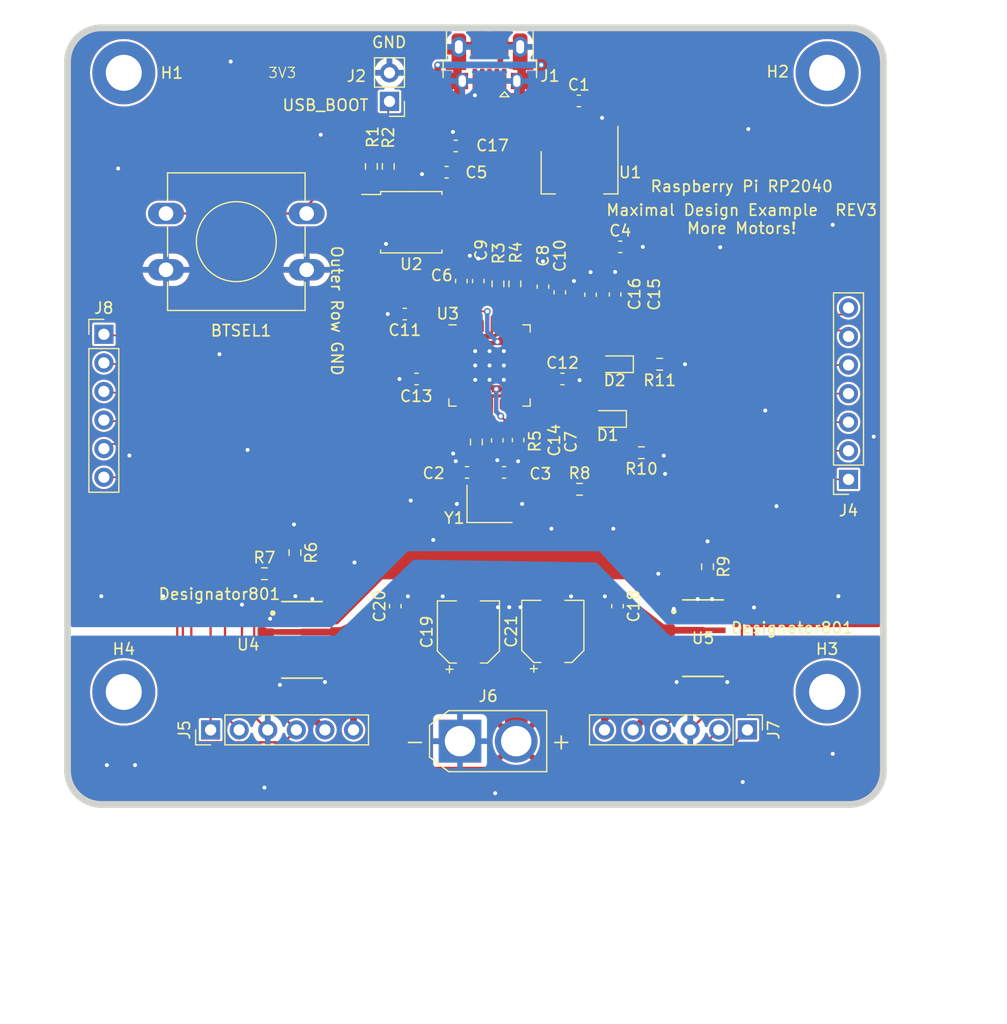
<source format=kicad_pcb>
(kicad_pcb (version 20240108) (generator "pcbnew") (generator_version "8.0")
  (title_block (title "RP2040 Minimal Design Example") (date "2024-01-16") (rev "REV2") (company "Raspberry Pi Ltd"))
  (layers (0 "F.Cu" signal) (31 "B.Cu" signal) (34 "B.Paste" user) (35 "F.Paste" user) (36 "B.SilkS" user "B.Silkscreen") (37 "F.SilkS" user "F.Silkscreen") (38 "B.Mask" user) (39 "F.Mask" user) (44 "Edge.Cuts" user))
  (net 0 "")
  (net 1 "GND")
  (net 2 "VBUS")
  (net 3 "/XIN")
  (net 4 "/XOUT")
  (net 5 "+3V3")
  (net 6 "+1V1")
  (net 8 "/~{USB_BOOT}")
  (net 9 "/GPIO15")
  (net 10 "/GPIO14")
  (net 11 "/GPIO13")
  (net 12 "/GPIO12")
  (net 13 "/GPIO11")
  (net 14 "/GPIO10")
  (net 15 "/GPIO9")
  (net 16 "/GPIO8")
  (net 17 "/GPIO7")
  (net 18 "/GPIO6")
  (net 19 "/GPIO5")
  (net 20 "/GPIO4")
  (net 21 "/GPIO3")
  (net 22 "/GPIO2")
  (net 23 "/GPIO1")
  (net 24 "/GPIO0")
  (net 25 "/GPIO29_ADC3")
  (net 26 "/GPIO28_ADC2")
  (net 27 "/GPIO27_ADC1")
  (net 28 "/GPIO26_ADC0")
  (net 29 "/GPIO25")
  (net 30 "/GPIO24")
  (net 31 "/GPIO23")
  (net 32 "/GPIO22")
  (net 33 "/GPIO21")
  (net 34 "/GPIO20")
  (net 35 "/GPIO19")
  (net 36 "/GPIO18")
  (net 37 "VM")
  (net 38 "/GPIO16")
  (net 39 "/SWD")
  (net 40 "/SWCLK")
  (net 41 "/QSPI_SS")
  (net 42 "Net-(U3-USB_DP)")
  (net 43 "Net-(U3-USB_DM)")
  (net 44 "/QSPI_SD3")
  (net 45 "/QSPI_SCLK")
  (net 46 "/QSPI_SD0")
  (net 47 "/QSPI_SD2")
  (net 48 "/QSPI_SD1")
  (net 49 "/USB_D+")
  (net 50 "/USB_D-")
  (net 51 "Net-(C3-Pad1)")
  (net 52 "Net-(D1-K)")
  (net 53 "Net-(D2-K)")
  (net 54 "Net-(J5-Pin_5)")
  (net 55 "Net-(J5-Pin_6)")
  (net 56 "Net-(J7-Pin_6)")
  (net 57 "Net-(J7-Pin_5)")
  (net 58 "Net-(U4-SR)")
  (net 59 "Net-(U5-SR)")
  (net 60 "/GPIO17")
  (footprint "Capacitor_SMD:C_0603_1608Metric_Pad1.08x0.95mm_HandSolder" (layer "F.Cu") (at 111.62 89.46)
    (property "Reference" "C4")
    (property "Value" "10u")
  )
  (footprint "RP2040_minimal:USB_Micro-B_Amphenol_10103594-0001LF_Horizontal_modified" (layer "F.Cu") (at 100 71.7 180)
    (property "Reference" "J1")
    (property "Value" "USB_B_Micro")
  )
  (footprint "Connector_PinHeader_2.54mm:PinHeader_1x02_P2.54mm_Vertical" (layer "F.Cu") (at 91.11 76.54 180)
    (property "Reference" "J2")
    (property "Value" "Conn_01x02")
  )
  (footprint "Capacitor_SMD:C_0603_1608Metric_Pad1.08x0.95mm_HandSolder" (layer "F.Cu") (at 106.25 93.5 90)
    (property "Reference" "C10")
    (property "Value" "1u")
  )
  (footprint "Capacitor_SMD:C_0603_1608Metric_Pad1.08x0.95mm_HandSolder" (layer "F.Cu") (at 104.75 93 90)
    (property "Reference" "C8")
    (property "Value" "1u")
  )
  (footprint "Capacitor_SMD:C_0603_1608Metric_Pad1.08x0.95mm_HandSolder" (layer "F.Cu") (at 93.515 101.2 180)
    (property "Reference" "C13")
    (property "Value" "100n")
  )
  (footprint "Capacitor_SMD:C_0603_1608Metric_Pad1.08x0.95mm_HandSolder" (layer "F.Cu") (at 96.185 82.83 180)
    (property "Reference" "C5")
    (property "Value" "100n")
  )
  (footprint "Resistor_SMD:R_0603_1608Metric_Pad0.98x0.95mm_HandSolder" (layer "F.Cu") (at 89.5 82.315 -90)
    (property "Reference" "R2")
    (property "Value" "DNF")
  )
  (footprint "Package_TO_SOT_SMD:SOT-223-3_TabPin2" (layer "F.Cu") (at 108 82.85 -90)
    (property "Reference" "U1")
    (property "Value" "NCP1117-3.3_SOT223")
  )
  (footprint "Package_SO:SOIC-8_5.23x5.23mm_P1.27mm" (layer "F.Cu") (at 93.05 87.275)
    (property "Reference" "U2")
    (property "Value" "W25Q128JVS")
  )
  (footprint "Resistor_SMD:R_0603_1608Metric_Pad0.98x0.95mm_HandSolder" (layer "F.Cu") (at 91 82.315 90)
    (property "Reference" "R1")
    (property "Value" "1k")
  )
  (footprint "Capacitor_SMD:C_0603_1608Metric_Pad1.08x0.95mm_HandSolder" (layer "F.Cu") (at 99 92.5 90)
    (property "Reference" "C9")
    (property "Value" "100n")
  )
  (footprint "Capacitor_SMD:C_0603_1608Metric_Pad1.08x0.95mm_HandSolder" (layer "F.Cu") (at 106.485 101.2)
    (property "Reference" "C12")
    (property "Value" "100n")
  )
  (footprint "Capacitor_SMD:C_0603_1608Metric_Pad1.08x0.95mm_HandSolder" (layer "F.Cu") (at 100.69 106.65 -90)
    (property "Reference" "C14")
    (property "Value" "100n")
  )
  (footprint "Resistor_SMD:R_0603_1608Metric_Pad0.98x0.95mm_HandSolder" (layer "F.Cu") (at 100.75 92.75 -90)
    (property "Reference" "R3")
    (property "Value" "27")
  )
  (footprint "Capacitor_SMD:C_0603_1608Metric_Pad1.08x0.95mm_HandSolder" (layer "F.Cu") (at 102.54 106.63 -90)
    (property "Reference" "C7")
    (property "Value" "100n")
  )
  (footprint "Capacitor_SMD:C_0603_1608Metric_Pad1.08x0.95mm_HandSolder" (layer "F.Cu") (at 107.9375 76.5)
    (property "Reference" "C1")
    (property "Value" "10u")
  )
  (footprint "Capacitor_SMD:C_0603_1608Metric_Pad1.08x0.95mm_HandSolder" (layer "F.Cu") (at 92.47 95.43 180)
    (property "Reference" "C11")
    (property "Value" "100n")
  )
  (footprint "Capacitor_SMD:C_0603_1608Metric_Pad1.08x0.95mm_HandSolder" (layer "F.Cu") (at 108.98 93.71 90)
    (property "Reference" "C16")
    (property "Value" "100n")
  )
  (footprint "RP2040_minimal:RP2040-QFN-56" (layer "F.Cu") (at 100 100)
    (property "Reference" "U3")
    (property "Value" "RP2040")
  )
  (footprint "MountingHole:MountingHole_3.2mm_M3_DIN965_Pad_TopBottom" (layer "F.Cu") (at 130 74)
    (property "Reference" "H2")
    (property "Value" "MountingHole")
  )
  (footprint "Resistor_SMD:R_0603_1608Metric_Pad0.98x0.95mm_HandSolder" (layer "F.Cu") (at 102.25 92.75 -90)
    (property "Reference" "R4")
    (property "Value" "27")
  )
  (footprint "MountingHole:MountingHole_3.2mm_M3_DIN965_Pad_TopBottom" (layer "F.Cu") (at 130 129)
    (property "Reference" "H3")
    (property "Value" "MountingHole")
  )
  (footprint "Capacitor_SMD:C_0603_1608Metric_Pad1.08x0.95mm_HandSolder" (layer "F.Cu") (at 97.5 92.5 90)
    (property "Reference" "C6")
    (property "Value" "100n")
  )
  (footprint "Capacitor_SMD:C_0603_1608Metric_Pad1.08x0.95mm_HandSolder" (layer "F.Cu") (at 111.16 93.69 90)
    (property "Reference" "C15")
    (property "Value" "100n")
  )
  (footprint "MountingHole:MountingHole_3.2mm_M3_DIN965_Pad_TopBottom" (layer "F.Cu") (at 67.5 74)
    (property "Reference" "H1")
    (property "Value" "MountingHole")
  )
  (footprint "MountingHole:MountingHole_3.2mm_M3_DIN965_Pad_TopBottom" (layer "F.Cu") (at 67.5 129)
    (property "Reference" "H4")
    (property "Value" "MountingHole")
  )
  (footprint "Capacitor_SMD:C_0603_1608Metric_Pad1.08x0.95mm_HandSolder" (layer "F.Cu") (at 97 80.5 180)
    (property "Reference" "C17")
    (property "Value" "10u")
  )
  (footprint "Capacitor_SMD:C_0603_1608Metric_Pad1.08x0.95mm_HandSolder" (layer "F.Cu") (at 111.375 121.375 -90)
    (property "Reference" "C18")
    (property "Value" "0.1u")
  )
  (footprint "Connector_PinHeader_2.54mm:PinHeader_1x06_P2.54mm_Vertical" (layer "F.Cu") (at 75.215 132.375 90)
    (property "Reference" "J5")
    (property "Value" "Conn_01x06_Pin")
  )
  (footprint "Button_Switch_THT:SW_PUSH-12mm" (layer "F.Cu") (at 83.75 91.5 180)
    (property "Reference" "BTSEL1")
    (property "Value" "SW_Push")
  )
  (footprint "Capacitor_SMD:C_0603_1608Metric_Pad1.08x0.95mm_HandSolder" (layer "F.Cu") (at 98 109.5 180)
    (property "Reference" "C2")
    (property "Value" "15p")
  )
  (footprint "LED_SMD:LED_0603_1608Metric_Pad1.05x0.95mm_HandSolder" (layer "F.Cu") (at 110.5 104.75 180)
    (property "Reference" "D1")
    (property "Value" "LED")
  )
  (footprint "Capacitor_SMD:CP_Elec_5x5.4" (layer "F.Cu") (at 98.125 123.675 90)
    (property "Reference" "C19")
    (property "Value" "10u")
  )
  (footprint "Resistor_SMD:R_0603_1608Metric_Pad0.98x0.95mm_HandSolder" (layer "F.Cu") (at 80 118.5)
    (property "Reference" "R7")
    (property "Value" "2k")
  )
  (footprint "Capacitor_SMD:C_0603_1608Metric_Pad1.08x0.95mm_HandSolder" (layer "F.Cu") (at 101.3 109.5)
    (property "Reference" "C3")
    (property "Value" "15p")
  )
  (footprint "Resistor_SMD:R_0603_1608Metric_Pad0.98x0.95mm_HandSolder" (layer "F.Cu") (at 119.375 117.875 -90)
    (property "Reference" "R9")
    (property "Value" "R")
  )
  (footprint "Crystal:Crystal_SMD_3225-4Pin_3.2x2.5mm" (layer "F.Cu") (at 100 112.3)
    (property "Reference" "Y1")
    (property "Value" "ABM8-272-T3")
  )
  (footprint "Capacitor_SMD:CP_Elec_5x5.4" (layer "F.Cu") (at 105.625 123.625 90)
    (property "Reference" "C21")
    (property "Value" "10u")
  )
  (footprint "Connector_PinHeader_2.54mm:PinHeader_1x06_P2.54mm_Vertical" (layer "F.Cu") (at 65.73 97.23)
    (property "Reference" "J8")
    (property "Value" "Conn_01x06")
  )
  (footprint "Resistor_SMD:R_0603_1608Metric_Pad0.98x0.95mm_HandSolder" (layer "F.Cu") (at 113.5 107.75 180)
    (property "Reference" "R10")
    (property "Value" "430")
  )
  (footprint "Capacitor_SMD:C_0603_1608Metric_Pad1.08x0.95mm_HandSolder" (layer "F.Cu") (at 91.625 121.375 -90)
    (property "Reference" "C20")
    (property "Value" "0.1u")
  )
  (footprint "Resistor_SMD:R_0603_1608Metric_Pad0.98x0.95mm_HandSolder" (layer "F.Cu") (at 82.7125 116.625 -90)
    (property "Reference" "R6")
    (property "Value" "R")
  )
  (footprint "Resistor_SMD:R_0603_1608Metric_Pad0.98x0.95mm_HandSolder" (layer "F.Cu") (at 115.12 99.89 180)
    (property "Reference" "R11")
    (property "Value" "430")
  )
  (footprint "Connector_PinHeader_2.54mm:PinHeader_1x06_P2.54mm_Vertical" (layer "F.Cu") (at 122.915 132.375 -90)
    (property "Reference" "J7")
    (property "Value" "Conn_01x06_Pin")
  )
  (footprint "Connector_AMASS:AMASS_XT30U-M_1x02_P5.0mm_Vertical" (layer "F.Cu") (at 97.375 133.375)
    (property "Reference" "J6")
    (property "Value" "Conn_01x02")
  )
  (footprint "Connector_PinSocket_2.54mm:PinSocket_1x07_P2.54mm_Vertical" (layer "F.Cu") (at 131.9 110.12 180)
    (property "Reference" "J4")
    (property "Value" "Conn_01x07")
  )
  (footprint "Resistor_SMD:R_0603_1608Metric_Pad0.98x0.95mm_HandSolder" (layer "F.Cu") (at 98.83 106.81 -90)
    (property "Reference" "R5")
    (property "Value" "1k")
  )
  (footprint "footprints:RXZ0016A-MFG" (layer "F.Cu") (at 118.975 124.225)
    (property "Reference" "U5")
    (property "Value" "DRV8245HQRXZRQ1" (hide yes))
  )
  (footprint "Resistor_SMD:R_0603_1608Metric_Pad0.98x0.95mm_HandSolder" (layer "F.Cu") (at 108 111)
    (property "Reference" "R8")
    (property "Value" "2k")
  )
  (footprint "LED_SMD:LED_0603_1608Metric_Pad1.05x0.95mm_HandSolder" (layer "F.Cu") (at 111.12 99.89 180)
    (property "Reference" "D2")
    (property "Value" "LED")
  )
  (footprint "footprints:RXZ0016A-MFG" (layer "F.Cu") (at 83.337499 124.374999)
    (property "Reference" "U4")
    (property "Value" "DRV8245HQRXZRQ1" (hide yes))
  )
  (gr_line (start 132 139) (end 65.5 139) (stroke (width 0.6)) (layer "Edge.Cuts"))
  (gr_line (start 135 73) (end 135 136) (stroke (width 0.6)) (layer "Edge.Cuts"))
  (gr_line (start 65.5 70) (end 132 70) (stroke (width 0.6)) (layer "Edge.Cuts"))
  (gr_line (start 62.5 136) (end 62.5 73) (stroke (width 0.6)) (layer "Edge.Cuts"))
  (gr_arc (start 135 136) (mid 134.121319 138.121313) (end 132 139) (stroke (width 0.6)) (layer "Edge.Cuts"))
  (gr_arc (start 132 70) (mid 134.121333 70.878673) (end 135 73) (stroke (width 0.6)) (layer "Edge.Cuts"))
  (gr_arc (start 62.5 73) (mid 63.37868 70.87868) (end 65.5 70) (stroke (width 0.6)) (layer "Edge.Cuts"))
  (gr_arc (start 65.5 139) (mid 63.37868 138.12132) (end 62.5 136) (stroke (width 0.6)) (layer "Edge.Cuts"))
  (gr_text "Outer Row GND" (at 86.43 95.14 270) (layer "F.SilkS") (effects (font (size 1 1))))
  (gr_text "Raspberry Pi RP2040" (at 122.41 84.09 0) (layer "F.SilkS") (effects (font (size 1 1))))
  (gr_text "Maximal Design Example  REV3\nMore Motors!" (at 122.41 87 0) (layer "F.SilkS") (effects (font (size 1 1))))
  (gr_text "GND" (at 91.08 71.29 0) (layer "F.SilkS") (effects (font (size 1 1))))
  (gr_text "3V3" (at 81.585 74 0) (layer "F.SilkS") (effects (font (size 0.9 0.9) (thickness 0.1))))
  (gr_text "\nUSB_BOOT" (at 85.42 76.07 0) (layer "F.SilkS") (effects (font (size 1 1))))
  (segment (start 93.03 101.2) (end 92 101.2) (width 0.2) (layer "F.Cu") (net 1))
  (segment (start 102.54 109.1225) (end 102.1625 109.5) (width 0.2) (layer "F.Cu") (net 1))
  (segment (start 97.1 112.3) (end 97.95 111.45) (width 0.15) (layer "F.Cu") (net 1))
  (segment (start 117.835 132.375) (end 118.935 131.275) (width 0.2) (layer "F.Cu") (net 1))
  (segment (start 118.975 126.549999) (end 118.200001 126.549999) (width 0.6) (layer "F.Cu") (net 1))
  (segment (start 99 104.15022) (end 99 103.4375) (width 0.15) (layer "F.Cu") (net 1))
  (segment (start 83.087499 121.749998) (end 83.087499 120.837499) (width 0.2) (layer "F.Cu") (net 1))
  (segment (start 106.97 101.2) (end 107.075 101.305) (width 0.2) (layer "F.Cu") (net 1))
  (segment (start 118.224999 121.025001) (end 118.5 120.75) (width 0.2) (layer "F.Cu") (net 1))
  (segment (start 119.725001 121.599999) (end 119.725001 120.799999) (width 0.2) (layer "F.Cu") (net 1))
  (segment (start 101.75 121.475) (end 102.75 121.475) (width 2) (layer "F.Cu") (net 1))
  (segment (start 98.7 74.6) (end 98.7 76) (width 0.2) (layer "F.Cu") (net 1))
  (segment (start 78 130.08) (end 78 121.25) (width 0.2) (layer "F.Cu") (net 1))
  (segment (start 107.075 101.305) (end 108 101.305) (width 0.2) (layer "F.Cu") (net 1))
  (segment (start 118.935 131.275) (end 120.475 131.275) (width 0.2) (layer "F.Cu") (net 1))
  (segment (start 110.3 79.7) (end 110.3 78.3) (width 0.2) (layer "F.Cu") (net 1))
  (segment (start 102.46 71.45) (end 102.73 71.72) (width 0.2) (layer "F.Cu") (net 1))
  (segment (start 82.587498 120.662502) (end 82.75 120.5) (width 0.2) (layer "F.Cu") (net 1))
  (segment (start 116.376409 121.90141) (end 116.376409 121.623591) (width 0.2) (layer "F.Cu") (net 1))
  (segment (start 110.3 78.3) (end 110 78) (width 0.2) (layer "F.Cu") (net 1))
  (segment (start 100.75 121.475) (end 101.75 121.475) (width 2) (layer "F.Cu") (net 1))
  (segment (start 112.4825 89.46) (end 113.62 89.46) (width 0.2) (layer "F.Cu") (net 1))
  (segment (start 100.380994 108.25) (end 100.381 108.249994) (width 0.2) (layer "F.Cu") (net 1))
  (segment (start 120.475 131.275) (end 123.5 128.25) (width 0.2) (layer "F.Cu") (net 1))
  (segment (start 81.712498 122.499999) (end 80.500001 122.499999) (width 0.2) (layer "F.Cu") (net 1))
  (segment (start 96.77 105.729568) (end 97.349568 105.15) (width 0.15) (layer "F.Cu") (net 1))
  (segment (start 97.5 91.6375) (end 99 91.6375) (width 0.15) (layer "F.Cu") (net 1))
  (segment (start 95.84 120.5125) (end 97.1625 120.5125) (width 0.6) (layer "F.Cu") (net 1))
  (segment (start 80.500001 122.499999) (end 80.5 122.5) (width 0.2) (layer "F.Cu") (net 1))
  (segment (start 97.54 71.45) (end 97.27 71.72) (width 0.2) (layer "F.Cu") (net 1))
  (segment (start 108.875 76.875) (end 110 78) (width 0.2) (layer "F.Cu") (net 1))
  (segment (start 102.75 121.475) (end 105.575 121.475) (width 2) (layer "F.Cu") (net 1))
  (segment (start 123.5 128.25) (end 123.5 121.5) (width 0.2) (layer "F.Cu") (net 1))
  (segment (start 82.7125 114.2125) (end 82.625 114.125) (width 0.2) (layer "F.Cu") (net 1))
  (segment (start 89.45 89.18) (end 90.78 89.18) (width 0.2) (layer "F.Cu") (net 1))
  (segment (start 118.200001 126.549999) (end 116.625 128.125) (width 0.6) (layer "F.Cu") (net 1))
  (segment (start 105.575 121.475) (end 105.625 121.425) (width 2) (layer "F.Cu") (net 1))
  (segment (start 119.725001 120.799999) (end 119.775 120.75) (width 0.2) (layer "F.Cu") (net 1))
  (segment (start 83.087499 120.837499) (end 82.75 120.5) (width 0.2) (layer "F.Cu") (net 1))
  (segment (start 97.1625 120.5125) (end 98.125 121.475) (width 0.6) (layer "F.Cu") (net 1))
  (segment (start 118.975 126.549999) (end 119.549999 126.549999) (width 0.6) (layer "F.Cu") (net 1))
  (segment (start 119.375 116.9625) (end 119.375 115.625) (width 0.2) (layer "F.Cu") (net 1))
  (segment (start 102.54 107.23) (end 102.54 108.51) (width 0.2) (layer "F.Cu") (net 1))
  (segment (start 115.6 109.63) (end 114.4125 108.4425) (width 0.15) (layer "F.Cu") (net 1))
  (segment (start 99.04 71.45) (end 97.54 71.45) (width 0.2) (layer "F.Cu") (net 1))
  (segment (start 107.25 120.5125) (end 106.5375 120.5125) (width 0.6) (layer "F.Cu") (net 1))
  (segment (start 110.25 120.5125) (end 107.25 120.5125) (width 0.6) (layer "F.Cu") (net 1))
  (segment (start 82.587498 121.749998) (end 82.587498 120.662502) (width 0.2) (layer "F.Cu") (net 1))
  (segment (start 111.375 120.5125) (end 110.25 120.5125) (width 0.6) (layer "F.Cu") (net 1))
  (segment (start 84.0875 121.749998) (end 84.0875 120.9125) (width 0.2) (layer "F.Cu") (net 1))
  (segment (start 83.337499 126.699998) (end 83.949998 126.699998) (width 0.6) (layer "F.Cu") (net 1))
  (segment (start 98.125 121.475) (end 98.475 121.475) (width 0.6) (layer "F.Cu") (net 1))
  (segment (start 104.75 92.1375) (end 104.75 90.75) (width 0.15) (layer "F.Cu") (net 1))
  (segment (start 96.1375 80.5) (end 96.1375 79.8625) (width 0.3) (layer "F.Cu") (net 1))
  (segment (start 80.295 132.375) (end 78 130.08) (width 0.2) (layer "F.Cu") (net 1))
  (segment (start 102.54 108.51) (end 102.54 109.1225) (width 0.2) (layer "F.Cu") (net 1))
  (segment (start 100.69 108.414994) (end 100.69 107.135) (width 0.2) (layer "F.Cu") (net 1))
  (segment (start 97.95 111.45) (end 98.9 111.45) (width 0.15) (layer "F.Cu") (net 1))
  (segment (start 98.125 121.475) (end 100.75 121.475) (width 2) (layer "F.Cu") (net 1))
  (segment (start 118.725 121.599999) (end 118.725 120.975) (width 0.2) (layer "F.Cu") (net 1))
  (segment (start 83.337499 126.699998) (end 83.050002 126.699998) (width 0.6) (layer "F.Cu") (net 1))
  (segment (start 107.3625 92.6375) (end 107.5 92.5) (width 0.15) (layer "F.Cu") (net 1))
  (segment (start 114.4125 107.75) (end 115.222182 107.75) (width 0.2) (layer "F.Cu") (net 1))
  (segment (start 116.0325 99.89) (end 117.37 99.89) (width 0.2) (layer "F.Cu") (net 1))
  (segment (start 98.00022 105.15) (end 99 104.15022) (width 0.15) (layer "F.Cu") (net 1))
  (segment (start 108.98 92.8475) (end 108.98 91.71) (width 0.15) (layer "F.Cu") (net 1))
  (segment (start 117.349999 122.35) (end 116.824999 122.35) (width 0.2) (layer "F.Cu") (net 1))
  (segment (start 114.4125 108.4425) (end 114.4125 107.75) (width 0.15) (layer "F.Cu") (net 1))
  (segment (start 84.0875 120.9125) (end 84.25 120.75) (width 0.2) (layer "F.Cu") (net 1))
  (segment (start 106.5375 120.5125) (end 105.625 121.425) (width 0.6) (layer "F.Cu") (net 1))
  (segment (start 94.17 82.83) (end 94 83) (width 0.3) (layer "F.Cu") (net 1))
  (segment (start 92.75 120.5125) (end 95.84 120.5125) (width 0.6) (layer "F.Cu") (net 1))
  (segment (start 95.3225 82.83) (end 94.17 82.83) (width 0.3) (layer "F.Cu") (net 1))
  (segment (start 90.78 89.18) (end 90.8 89.2) (width 0.2) (layer "F.Cu") (net 1))
  (segment (start 116.824999 122.35) (end 116.376409 121.90141) (width 0.2) (layer "F.Cu") (net 1))
  (segment (start 91.625 120.5125) (end 92.75 120.5125) (width 0.6) (layer "F.Cu") (net 1))
  (segment (start 83.949998 126.699998) (end 85.375 128.125) (width 0.6) (layer "F.Cu") (net 1))
  (segment (start 83.050002 126.699998) (end 81.375 128.375) (width 0.6) (layer "F.Cu") (net 1))
  (segment (start 118.224999 121.599999) (end 118.224999 121.025001) (width 0.2) (layer "F.Cu") (net 1))
  (segment (start 106.25 92.6375) (end 107.3625 92.6375) (width 0.15) (layer "F.Cu") (net 1))
  (segment (start 119.549999 126.549999) (end 121.125 128.125) (width 0.6) (layer "F.Cu") (net 1))
  (segment (start 115.222182 107.75) (end 115.486091 108.013909) (width 0.2) (layer "F.Cu") (net 1))
  (segment (start 99 91.6375) (end 99 90.5) (width 0.15) (layer "F.Cu") (net 1))
  (segment (start 118.725 120.975) (end 118.5 120.75) (width 0.2) (layer "F.Cu") (net 1))
  (segment (start 97.5 91.6375) (end 97.5 91) (width 0.15) (layer "F.Cu") (net 1))
  (segment (start 100.96 71.45) (end 102.46 71.45) (width 0.2) (layer "F.Cu") (net 1))
  (segment (start 82.7125 115.7125) (end 82.7125 114.2125) (width 0.2) (layer "F.Cu") (net 1))
  (segment (start 96.77 107.82489) (end 96.77 105.729568) (width 0.15) (layer "F.Cu") (net 1))
  (segment (start 111.16 92.8275) (end 111.16 91.69) (width 0.15) (layer "F.Cu") (net 1))
  (segment (start 97.5 91) (end 98.25 90.25) (width 0.15) (layer "F.Cu") (net 1))
  (segment (start 97.349568 105.15) (end 98.00022 105.15) (width 0.15) (layer "F.Cu") (net 1))
  (segment (start 108.875 76.5) (end 108.875 76.875) (width 0.2) (layer "F.Cu") (net 1))
  (segment (start 96.1375 79.8625) (end 96.75 79.25) (width 0.3) (layer "F.Cu") (net 1))
  (segment (start 98.475 121.475) (end 98.525 121.425) (width 0.6) (layer "F.Cu") (net 1))
  (via (at 97.1 112.3) (size 0.6) (drill 0.35) (layers "F.Cu" "B.Cu") (net 1))
  (via (at 97 108.5) (size 0.6) (drill 0.35) (layers "F.Cu" "B.Cu") (net 1))
  (via (at 77 73) (size 0.6) (drill 0.35) (layers "F.Cu" "B.Cu") (net 1))
  (via (at 100.5 138) (size 0.6) (drill 0.35) (layers "F.Cu" "B.Cu") (net 1))
  (via (at 104.75 90.75) (size 0.6) (drill 0.35) (layers "F.Cu" "B.Cu") (net 1))
  (via (at 93 112) (size 0.6) (drill 0.35) (layers "F.Cu" "B.Cu") (net 1))
  (via (at 82.75 120.5) (size 0.6) (drill 0.35) (layers "F.Cu" "B.Cu") (net 1))
  (via (at 105.5 114.5) (size 0.6) (drill 0.35) (layers "F.Cu" "B.Cu") (net 1))
  (via (at 119.375 115.625) (size 0.6) (drill 0.35) (layers "F.Cu" "B.Cu") (net 1))
  (via (at 76 99) (size 0.6) (drill 0.35) (layers "F.Cu" "B.Cu") (net 1))
  (via (at 94 83) (size 0.6) (drill 0.35) (layers "F.Cu" "B.Cu") (net 1))
  (via (at 96.75 79.25) (size 0.6) (drill 0.35) (layers "F.Cu" "B.Cu") (net 1))
  (via (at 96.77 107.82489) (size 0.6) (drill 0.35) (layers "F.Cu" "B.Cu") (net 1))
  (via (at 123 79) (size 0.6) (drill 0.35) (layers "F.Cu" "B.Cu") (net 1))
  (via (at 116.625 128.125) (size 0.6) (drill 0.35) (layers "F.Cu" "B.Cu") (net 1))
  (via (at 100.75 121.475) (size 0.6) (drill 0.35) (layers "F.Cu" "B.Cu") (net 1))
  (via (at 111.16 91.69) (size 0.6) (drill 0.35) (layers "F.Cu" "B.Cu") (net 1))
  (via (at 116.376409 121.623591) (size 0.6) (drill 0.35) (layers "F.Cu" "B.Cu") (net 1))
  (via (at 101.75 121.475) (size 0.6) (drill 0.35) (layers "F.Cu" "B.Cu") (net 1))
  (via (at 67 82.5) (size 0.6) (drill 0.35) (layers "F.Cu" "B.Cu") (net 1))
  (via (at 90.955 95.43) (size 0.6) (drill 0.35) (layers "F.Cu" "B.Cu") (net 1))
  (via (at 92.75 120.5125) (size 0.6) (drill 0.35) (layers "F.Cu" "B.Cu") (net 1))
  (via (at 98.7 76) (size 0.6) (drill 0.35) (layers "F.Cu" "B.Cu") (net 1))
  (via (at 108 101.305) (size 0.6) (drill 0.35) (layers "F.Cu" "B.Cu") (net 1))
  (via (at 130.5 134.5) (size 0.6) (drill 0.35) (layers "F.Cu" "B.Cu") (net 1))
  (via (at 102.54 108.51) (size 0.6) (drill 0.35) (layers "F.Cu" "B.Cu") (net 1))
  (via (at 102.9 112.3) (size 0.6) (drill 0.35) (layers "F.Cu" "B.Cu") (net 1))
  (via (at 84.25 120.75) (size 0.6) (drill 0.35) (layers "F.Cu" "B.Cu") (net 1))
  (via (at 99 90.5) (size 0.6) (drill 0.35) (layers "F.Cu" "B.Cu") (net 1))
  (via (at 92 101.2) (size 0.6) (drill 0.35) (layers "F.Cu" "B.Cu") (net 1))
  (via (at 115.486091 108.013909) (size 0.6) (drill 0.35) (layers "F.Cu" "B.Cu") (net 1))
  (via (at 88 117.5) (size 0.6) (drill 0.35) (layers "F.Cu" "B.Cu") (net 1))
  (via (at 65.5 120.5) (size 0.6) (drill 0.35) (layers "F.Cu" "B.Cu") (net 1))
  (via (at 115.6 109.63) (size 0.6) (drill 0.35) (layers "F.Cu" "B.Cu") (net 1))
  (via (at 68.5 135.5) (size 0.6) (drill 0.35) (layers "F.Cu" "B.Cu") (net 1))
  (via (at 111 114.5) (size 0.6) (drill 0.35) (layers "F.Cu" "B.Cu") (net 1))
  (via (at 98.25 90.25) (size 0.6) (drill 0.35) (layers "F.Cu" "B.Cu") (net 1))
  (via (at 118.5 120.75) (size 0.6) (drill 0.35) (layers "F.Cu" "B.Cu") (net 1))
  (via (at 120.5 89.5) (size 0.6) (drill 0.35) (layers "F.Cu" "B.Cu") (net 1))
  (via (at 102.75 121.475) (size 0.6) (drill 0.35) (layers "F.Cu" "B.Cu") (net 1))
  (via (at 100.689994 108.415) (size 0.6) (drill 0.35) (layers "F.Cu" "B.Cu") (net 1))
  (via (at 124.5 104) (size 0.6) (drill 0.35) (layers "F.Cu" "B.Cu") (net 1))
  (via (at 122.5 137) (size 0.6) (drill 0.35) (layers "F.Cu" "B.Cu") (net 1))
  (via (at 110.25 120.5125) (size 0.6) (drill 0.35) (layers "F.Cu" "B.Cu") (net 1))
  (via (at 119.775 120.75) (size 0.6) (drill 0.35) (layers "F.Cu" "B.Cu") (net 1))
  (via (at 115 118.5) (size 0.6) (drill 0.35) (layers "F.Cu" "B.Cu") (net 1))
  (via (at 85 79.5) (size 0.6) (drill 0.35) (layers "F.Cu" "B.Cu") (net 1))
  (via (at 66 135.5) (size 0.6) (drill 0.35) (layers "F.Cu" "B.Cu") (net 1))
  (via (at 68 108) (size 0.6) (drill 0.35) (layers "F.Cu" "B.Cu") (net 1))
  (via (at 85.375 128.125) (size 0.6) (drill 0.35) (layers "F.Cu" "B.Cu") (net 1))
  (via (at 107.5 92.5) (size 0.6) (drill 0.35) (layers "F.Cu" "B.Cu") (net 1))
  (via (at 107.25 120.5125) (size 0.6) (drill 0.35) (layers "F.Cu" "B.Cu") (net 1))
  (via (at 117.37 99.89) (size 0.6) (drill 0.35) (layers "F.Cu" "B.Cu") (net 1))
  (via (at 134.14 106.32) (size 0.6) (drill 0.35) (layers "F.Cu" "B.Cu") (net 1))
  (via (at 123.5 121.5) (size 0.6) (drill 0.35) (layers "F.Cu" "B.Cu") (net 1))
  (via (at 78.5 107.5) (size 0.6) (drill 0.35) (layers "F.Cu" "B.Cu") (net 1))
  (via (at 71 120.5) (size 0.6) (drill 0.35) (layers "F.Cu" "B.Cu") (net 1))
  (via (at 80 137.5) (size 0.6) (drill 0.35) (layers "F.Cu" "B.Cu") (net 1))
  (via (at 90.8 89.2) (size 0.6) (drill 0.35) (layers "F.Cu" "B.Cu") (net 1))
  (via (at 108.98 91.71) (size 0.6) (drill 0.35) (layers "F.Cu" "B.Cu") (net 1))
  (via (at 95 115.5) (size 0.6) (drill 0.35) (layers "F.Cu" "B.Cu") (net 1))
  (via (at 78 121.25) (size 0.6) (drill 0.35) (layers "F.Cu" "B.Cu") (net 1))
  (via (at 121.125 128.125) (size 0.6) (drill 0.35) (layers "F.Cu" "B.Cu") (net 1))
  (via (at 95.84 120.5125) (size 0.6) (drill 0.35) (layers "F.Cu" "B.Cu") (net 1))
  (via (at 113.62 89.46) (size 0.6) (drill 0.35) (layers "F.Cu" "B.Cu") (net 1))
  (via (at 81.375 128.375) (size 0.6) (drill 0.35) (layers "F.Cu" "B.Cu") (net 1))
  (via (at 80.5 122.5) (size 0.6) (drill 0.35) (layers "F.Cu" "B.Cu") (net 1))
  (via (at 125.5 112.5) (size 0.6) (drill 0.35) (layers "F.Cu" "B.Cu") (net 1))
  (via (at 130.5 87.5) (size 0.6) (drill 0.35) (layers "F.Cu" "B.Cu") (net 1))
  (via (at 131 120.5) (size 0.6) (drill 0.35) (layers "F.Cu" "B.Cu") (net 1))
  (via (at 82.625 114.125) (size 0.6) (drill 0.35) (layers "F.Cu" "B.Cu") (net 1))
  (via (at 110 78) (size 0.6) (drill 0.35) (layers "F.Cu" "B.Cu") (net 1))
  (segment (start 102.3 76.3) (end 102.1 76.3) (width 0.3) (layer "F.Cu") (net 2))
  (segment (start 105.7 79.7) (end 105.7 77.875) (width 0.5) (layer "F.Cu") (net 2))
  (segment (start 101.3 74.525) (end 101.3 75.5) (width 0.4) (layer "F.Cu") (net 2))
  (segment (start 105.7 77.875) (end 107.075 76.5) (width 0.5) (layer "F.Cu") (net 2))
  (segment (start 105.7 79.7) (end 102.3 76.3) (width 0.3) (layer "F.Cu") (net 2))
  (segment (start 101.3 75.5) (end 102.1 76.3) (width 0.4) (layer "F.Cu") (net 2))
  (segment (start 99.4 103.4375) (end 99.4 104.18) (width 0.15) (layer "F.Cu") (net 3))
  (segment (start 99.15 113.15) (end 98.9 113.15) (width 0.15) (layer "F.Cu") (net 3))
  (segment (start 99.4 104.18) (end 97.49 106.09) (width 0.15) (layer "F.Cu") (net 3))
  (segment (start 100 112.3) (end 99.15 113.15) (width 0.15) (layer "F.Cu") (net 3))
  (segment (start 97.49 107.81) (end 100 110.32) (width 0.15) (layer "F.Cu") (net 3))
  (segment (start 100 110.32) (end 100 112.3) (width 0.15) (layer "F.Cu") (net 3))
  (segment (start 97.49 106.09) (end 97.49 107.81) (width 0.15) (layer "F.Cu") (net 3))
  (segment (start 99.8 103.4375) (end 99.8 104.9275) (width 0.15) (layer "F.Cu") (net 4))
  (segment (start 99.8 104.9275) (end 98.83 105.8975) (width 0.15) (layer "F.Cu") (net 4))
  (segment (start 73.5 120.255025) (end 73.5 132.86) (width 0.2) (layer "F.Cu") (net 5))
  (segment (start 103.6625 95.5) (end 108.0525 95.5) (width 0.15) (layer "F.Cu") (net 5))
  (segment (start 96.5625 101) (end 94.2 101) (width 0.2) (layer "F.Cu") (net 5))
  (segment (start 100.2 102.8) (end 100 102.6) (width 0.2) (layer "F.Cu") (net 5))
  (segment (start 95.7 97.4) (end 96.5625 97.4) (width 0.2) (layer "F.Cu") (net 5))
  (segment (start 102.75 101.22435) (end 102.97435 101) (width 0.2) (layer "F.Cu") (net 5))
  (segment (start 94.2 101) (end 94 101.2) (width 0.2) (layer "F.Cu") (net 5))
  (segment (start 100.25 102.75) (end 101.65 102.75) (width 0.2) (layer "F.Cu") (net 5))
  (segment (start 100.2 97.4) (end 97.41 97.4) (width 0.2) (layer "F.Cu") (net 5))
  (segment (start 107.0875 111) (end 107.0875 110.3175) (width 0.2) (layer "F.Cu") (net 5))
  (segment (start 100.350001 94.712501) (end 100.350001 95.549999) (width 0.15) (layer "F.Cu") (net 5))
  (segment (start 100.2 95.7) (end 100.2 96.5625) (width 0.2) (layer "F.Cu") (net 5))
  (segment (start 93.3325 95.43) (end 93.73 95.43) (width 0.2) (layer "F.Cu") (net 5))
  (segment (start 100.2 102.8) (end 100.25 102.75) (width 0.2) (layer "F.Cu") (net 5))
  (segment (start 73.5 132.86) (end 74.115 133.475) (width 0.2) (layer "F.Cu") (net 5))
  (segment (start 115.295 132.375) (end 117.495 130.175) (width 0.2) (layer "F.Cu") (net 5))
  (segment (start 100.6 95.799998) (end 100.350001 95.549999) (width 0.2) (layer "F.Cu") (net 5))
  (segment (start 96.1275 83.75) (end 97.0475 82.83) (width 0.15) (layer "F.Cu") (net 5))
  (segment (start 100.6 97.2) (end 100.4 97.4) (width 0.2) (layer "F.Cu") (net 5))
  (segment (start 103.4375 101) (end 105.8 101) (width 0.2) (layer "F.Cu") (net 5))
  (segment (start 102.97435 101) (end 103.4375 101) (width 0.2) (layer "F.Cu") (net 5))
  (segment (start 95.4 76.839339) (end 97.8625 79.301839) (width 0.6) (layer "F.Cu") (net 5))
  (segment (start 122.425 128.825) (end 122.425 114.175) (width 0.2) (layer "F.Cu") (net 5))
  (segment (start 106.3475 100.475) (end 105.6225 101.2) (width 0.2) (layer "F.Cu") (net 5))
  (segment (start 99.01 102.6) (end 97.41 101) (width 0.2) (layer "F.Cu") (net 5))
  (segment (start 103.4375 97.4) (end 104.7875 96.05) (width 0.15) (layer "F.Cu") (net 5))
  (segment (start 89.5 81.805) (end 89.995 82.3) (width 0.15) (layer "F.Cu") (net 5))
  (segment (start 106.25 94.3625) (end 105.6125 95) (width 0.15) (layer "F.Cu") (net 5))
  (segment (start 105.8 101) (end 106 101.2) (width 0.2) (layer "F.Cu") (net 5))
  (segment (start 92.557537 82.3) (end 94.007537 83.75) (width 0.15) (layer "F.Cu") (net 5))
  (segment (start 107.0875 110.3175) (end 103.4 106.63) (width 0.2) (layer "F.Cu") (net 5))
  (segment (start 99.7 92.6625) (end 99.7 87.7) (width 0.15) (layer "F.Cu") (net 5))
  (segment (start 95.4 73.3) (end 95.4 76.839339) (width 0.6) (layer "F.Cu") (net 5))
  (segment (start 104.7875 96.05) (end 109.6625 96.05) (width 0.15) (layer "F.Cu") (net 5))
  (segment (start 99.7 87.7) (end 97.37 85.37) (width 0.15) (layer "F.Cu") (net 5))
  (segment (start 108.0525 95.5) (end 108.98 94.5725) (width 0.15) (layer "F.Cu") (net 5))
  (segment (start 100.2 105.2975) (end 100.69 105.7875) (width 0.2) (layer "F.Cu") (net 5))
  (segment (start 97.0475 81.315) (end 97.8625 80.5) (width 0.3) (layer "F.Cu") (net 5))
  (segment (start 100.69 106.469) (end 100.69 105.7875) (width 0.2) (layer "F.Cu") (net 5))
  (segment (start 103.25 95) (end 102.2 96.05) (width 0.15) (layer "F.Cu") (net 5))
  (segment (start 100.851 106.63) (end 100.69 106.469) (width 0.2) (layer "F.Cu") (net 5))
  (segment (start 122.425 114.175) (end 108.725 100.475) (width 0.2) (layer "F.Cu") (net 5))
  (segment (start 91.605025 102.15) (end 73.5 120.255025) (width 0.2) (layer "F.Cu") (net 5))
  (segment (start 100.6 96.5625) (end 100.6 97.2) (width 0.2) (layer "F.Cu") (net 5))
  (segment (start 102.2 96.05) (end 102.2 96.5625) (width 0.15) (layer "F.Cu") (net 5))
  (segment (start 100.2 103.4375) (end 100.2 105.2975) (width 0.2) (layer "F.Cu") (net 5))
  (segment (start 100.6 96.5625) (end 100.6 95.799998) (width 0.2) (layer "F.Cu") (net 5))
  (segment (start 101.8 103.4375) (end 101.8 102.6) (width 0.15) (layer "F.Cu") (net 5))
  (segment (start 93.4275 102.15) (end 91.605025 102.15) (width 0.2) (layer "F.Cu") (net 5))
  (segment (start 121.075 130.175) (end 122.425 128.825) (width 0.2) (layer "F.Cu") (net 5))
  (segment (start 100.2 96.5625) (end 100.2 97.4) (width 0.2) (layer "F.Cu") (net 5))
  (segment (start 97.0475 82.83) (end 97.0475 81.315) (width 0.3) (layer "F.Cu") (net 5))
  (segment (start 89.995 82.3) (end 92.557537 82.3) (width 0.15) (layer "F.Cu") (net 5))
  (segment (start 105.6125 95) (end 103.25 95) (width 0.15) (layer "F.Cu") (net 5))
  (segment (start 102.75 101.65) (end 102.75 101.22435) (width 0.2) (layer "F.Cu") (net 5))
  (segment (start 100 102.6) (end 99.01 102.6) (width 0.2) (layer "F.Cu") (net 5))
  (segment (start 108.725 100.475) (end 106.3475 100.475) (width 0.2) (layer "F.Cu") (net 5))
  (segment (start 100.350001 95.549999) (end 100.2 95.7) (width 0.2) (layer "F.Cu") (net 5))
  (segment (start 99 93.3625) (end 100.350001 94.712501) (width 0.15) (layer "F.Cu") (net 5))
  (segment (start 97.41 97.4) (end 96.5625 97.4) (width 0.2) (layer "F.Cu") (net 5))
  (segment (start 99 93.3625) (end 99.7 92.6625) (width 0.15) (layer "F.Cu") (net 5))
  (segment (start 81.735 133.475) (end 82.835 132.375) (width 0.2) (layer "F.Cu") (net 5))
  (segment (start 101.65 102.75) (end 101.95 102.45) (width 0.2) (layer "F.Cu") (net 5))
  (segment (start 74.115 133.475) (end 81.735 133.475) (width 0.2) (layer "F.Cu") (net 5))
  (segment (start 101.8 102.6) (end 101.95 102.45) (width 0.15) (layer "F.Cu") (net 5))
  (segment (start 108 79.7) (end 112.55 84.25) (width 0.3) (layer "F.Cu") (net 5))
  (segment (start 96.5625 101) (end 97.41 101) (width 0.2) (layer "F.Cu") (net 5))
  (segment (start 79.0875 118.5) (end 79.0875 128.6275) (width 0.2) (layer "F.Cu") (net 5))
  (segment (start 100.2 97.4) (end 100.2 97) (width 0.2) (layer "F.Cu") (net 5))
  (segment (start 93.73 95.43) (end 95.7 97.4) (width 0.2) (layer "F.Cu") (net 5))
  (segment (start 97.41 101) (end 97.41 97.4) (width 0.2) (layer "F.Cu") (net 5))
  (segment (start 97.37 85.37) (end 96.65 85.37) (width 0.15) (layer "F.Cu") (net 5))
  (segment (start 117.495 130.175) (end 121.075 130.175) (width 0.2) (layer "F.Cu") (net 5))
  (segment (start 103.4 106.63) (end 100.851 106.63) (width 0.2) (layer "F.Cu") (net 5))
  (segment (start 94.3775 101.2) (end 93.4275 102.15) (width 0.2) (layer "F.Cu") (net 5))
  (segment (start 97.8625 79.301839) (end 97.8625 80.5) (width 0.6) (layer "F.Cu") (net 5))
  (segment (start 96.65 85.37) (end 96.65 82.85) (width 0.2) (layer "F.Cu") (net 5))
  (segment (start 100.2 103.4375) (end 100.2 102.8) (width 0.2) (layer "F.Cu") (net 5))
  (segment (start 94.007537 83.75) (end 96.1275 83.75) (width 0.15) (layer "F.Cu") (net 5))
  (segment (start 109.6625 96.05) (end 111.16 94.5525) (width 0.15) (layer "F.Cu") (net 5))
  (segment (start 96.65 82.85) (end 96.67 82.83) (width 0.2) (layer "F.Cu") (net 5))
  (segment (start 79.0875 128.6275) (end 82.835 132.375) (width 0.2) (layer "F.Cu") (net 5))
  (segment (start 101.95 102.45) (end 102.75 101.65) (width 0.2) (layer "F.Cu") (net 5))
  (segment (start 102.6 96.5625) (end 103.6625 95.5) (width 0.15) (layer "F.Cu") (net 5))
  (via (at 104.6 73.3) (size 0.6) (drill 0.35) (layers "F.Cu" "B.Cu") (net 5))
  (via (at 95.4 73.3) (size 0.6) (drill 0.35) (layers "F.Cu" "B.Cu") (net 5))
  (segment (start 104.6 73.3) (end 95.4 73.3) (width 0.6) (layer "B.Cu") (net 5))
  (segment (start 99.8 96.5625) (end 99.8 95.199994) (width 0.2) (layer "F.Cu") (net 6))
  (segment (start 100.6 104.1) (end 100.6 103.4375) (width 0.2) (layer "F.Cu") (net 6))
  (segment (start 104.75 93.8625) (end 103.963236 93.8625) (width 0.15) (layer "F.Cu") (net 6))
  (segment (start 103.963236 93.8625) (end 102.025736 95.8) (width 0.15) (layer "F.Cu") (net 6))
  (segment (start 102.17 97.77) (end 101.8 97.4) (width 0.4) (layer "F.Cu") (net 6))
  (segment (start 101 104.5) (end 102.2675 105.7675) (width 0.2) (layer "F.Cu") (net 6))
  (segment (start 101.514612 102.1) (end 102.17 101.444612) (width 0.4) (layer "F.Cu") (net 6))
  (segment (start 102.2675 105.7675) (end 102.54 105.7675) (width 0.2) (layer "F.Cu") (net 6))
  (segment (start 99.337494 95.199994) (end 99.8 95.199994) (width 0.15) (layer "F.Cu") (net 6))
  (segment (start 100.59997 102.1) (end 101.514612 102.1) (width 0.4) (layer "F.Cu") (net 6))
  (segment (start 101.8 96.5625) (end 101.8 95.8) (width 0.2) (layer "F.Cu") (net 6))
  (segment (start 102.025736 95.8) (end 101.8 95.8) (width 0.15) (layer "F.Cu") (net 6))
  (segment (start 100.7 97.9) (end 101.2 97.4) (width 0.4) (layer "F.Cu") (net 6))
  (segment (start 101.8 96.5625) (end 101.8 97.4) (width 0.2) (layer "F.Cu") (net 6))
  (segment (start 102.17 101.444612) (end 102.17 97.77) (width 0.4) (layer "F.Cu") (net 6))
  (segment (start 101 104.5) (end 100.6 104.1) (width 0.2) (layer "F.Cu") (net 6))
  (segment (start 97.5 93.3625) (end 99.337494 95.199994) (width 0.15) (layer "F.Cu") (net 6))
  (segment (start 101.2 97.4) (end 101.8 97.4) (width 0.4) (layer "F.Cu") (net 6))
  (via (at 99.8 95.199994) (size 0.6) (drill 0.35) (layers "F.Cu" "B.Cu") (net 6))
  (via (at 100.7 97.9) (size 0.6) (drill 0.35) (layers "F.Cu" "B.Cu") (net 6))
  (via (at 101 104.5) (size 0.6) (drill 0.35) (layers "F.Cu" "B.Cu") (net 6))
  (via (at 100.59997 102.1) (size 0.6) (drill 0.35) (layers "F.Cu" "B.Cu") (net 6))
  (segment (start 100.59 102.10997) (end 100.59997 102.1) (width 0.4) (layer "B.Cu") (net 6))
  (segment (start 100.59 104.09) (end 100.59 102.10997) (width 0.4) (layer "B.Cu") (net 6))
  (segment (start 101 104.5) (end 100.59 104.09) (width 0.4) (layer "B.Cu") (net 6))
  (segment (start 99.8 97.01) (end 100.69 97.9) (width 0.4) (layer "B.Cu") (net 6))
  (segment (start 99.8 95.199994) (end 99.8 97.01) (width 0.4) (layer "B.Cu") (net 6))
  (segment (start 100.69 97.9) (end 100.7 97.9) (width 0.4) (layer "B.Cu") (net 6))
  (segment (start 83.75 86.5) (end 83.75 85.85) (width 0.2) (layer "F.Cu") (net 8))
  (segment (start 91 76.65) (end 91.11 76.54) (width 0.15) (layer "F.Cu") (net 8))
  (segment (start 90.2625 80.665) (end 91 81.4025) (width 0.2) (layer "F.Cu") (net 8))
  (segment (start 71.25 86.5) (end 83.75 86.5) (width 0.2) (layer "F.Cu") (net 8))
  (segment (start 83.75 85.85) (end 88.935 80.665) (width 0.2) (layer "F.Cu") (net 8))
  (segment (start 88.935 80.665) (end 90.2625 80.665) (width 0.2) (layer "F.Cu") (net 8))
  (segment (start 91 81.83) (end 91 76.65) (width 0.15) (layer "F.Cu") (net 8))
  (segment (start 97.8656 104.825) (end 98.6 104.0906) (width 0.2) (layer "F.Cu") (net 9))
  (segment (start 84.9625 122.999998) (end 85.4875 122.999998) (width 0.2) (layer "F.Cu") (net 9))
  (segment (start 95 113.487498) (end 95 107.039948) (width 0.2) (layer "F.Cu") (net 9))
  (segment (start 85.4875 122.999998) (end 95 113.487498) (width 0.2) (layer "F.Cu") (net 9))
  (segment (start 97.214948 104.825) (end 97.8656 104.825) (width 0.2) (layer "F.Cu") (net 9))
  (segment (start 98.6 104.0906) (end 98.6 103.4375) (width 0.2) (layer "F.Cu") (net 9))
  (segment (start 95 107.039948) (end 97.214948 104.825) (width 0.2) (layer "F.Cu") (net 9))
  (segment (start 97.720625 104.475) (end 97.069974 104.475) (width 0.2) (layer "F.Cu") (net 10))
  (segment (start 98.2 103.4375) (end 98.2 103.995625) (width 0.2) (layer "F.Cu") (net 10))
  (segment (start 85.5375 116.007474) (end 85.5375 122.449999) (width 0.2) (layer "F.Cu") (net 10))
  (segment (start 85.4875 122.499999) (end 84.9625 122.499999) (width 0.2) (layer "F.Cu") (net 10))
  (segment (start 98.2 103.995625) (end 97.720625 104.475) (width 0.2) (layer "F.Cu") (net 10))
  (segment (start 97.069974 104.475) (end 85.5375 116.007474) (width 0.2) (layer "F.Cu") (net 10))
  (segment (start 85.5375 122.449999) (end 85.4875 122.499999) (width 0.2) (layer "F.Cu") (net 10))
  (segment (start 97.8 103.4375) (end 97.8 103.90065) (width 0.2) (layer "F.Cu") (net 11))
  (segment (start 96.925 104.125) (end 84.9625 116.0875) (width 0.2) (layer "F.Cu") (net 11))
  (segment (start 84.9625 116.0875) (end 84.9625 122) (width 0.2) (layer "F.Cu") (net 11))
  (segment (start 97.57565 104.125) (end 96.925 104.125) (width 0.2) (layer "F.Cu") (net 11))
  (segment (start 97.8 103.90065) (end 97.57565 104.125) (width 0.2) (layer "F.Cu") (net 11))
  (segment (start 80.9125 118.5) (end 80.9125 121.200002) (width 0.2) (layer "F.Cu") (net 12))
  (segment (start 81.712498 114.259684) (end 92.372182 103.6) (width 0.2) (layer "F.Cu") (net 12))
  (segment (start 97.2375 103.6) (end 97.4 103.4375) (width 0.2) (layer "F.Cu") (net 12))
  (segment (start 81.712498 122) (end 81.712498 114.259684) (width 0.2) (layer "F.Cu") (net 12))
  (segment (start 92.372182 103.6) (end 97.2375 103.6) (width 0.2) (layer "F.Cu") (net 12))
  (segment (start 80.9125 121.200002) (end 81.712498 122) (width 0.2) (layer "F.Cu") (net 12))
  (segment (start 81.712498 122.999998) (end 81.662496 123.05) (width 0.2) (layer "F.Cu") (net 14))
  (segment (start 95.04935 103.25) (end 96.09935 102.2) (width 0.2) (layer "F.Cu") (net 14))
  (segment (start 80.272182 123.05) (end 79.95 122.727818) (width 0.2) (layer "F.Cu") (net 14))
  (segment (start 79.95 122.727818) (end 79.95 115.3) (width 0.2) (layer "F.Cu") (net 14))
  (segment (start 81.662496 123.05) (end 80.272182 123.05) (width 0.2) (layer "F.Cu") (net 14))
  (segment (start 92 103.25) (end 95.04935 103.25) (width 0.2) (layer "F.Cu") (net 14))
  (segment (start 79.95 115.3) (end 92 103.25) (width 0.2) (layer "F.Cu") (net 14))
  (segment (start 96.09935 102.2) (end 96.5625 102.2) (width 0.2) (layer "F.Cu") (net 14))
  (segment (start 91.85 102.9) (end 94.405984 102.9) (width 0.2) (layer "F.Cu") (net 15))
  (segment (start 76.5 131.12) (end 76.5 118.25) (width 0.2) (layer "F.Cu") (net 15))
  (segment (start 95.505984 101.8) (end 96.5625 101.8) (width 0.2) (layer "F.Cu") (net 15))
  (segment (start 94.405984 102.9) (end 95.505984 101.8) (width 0.2) (layer "F.Cu") (net 15))
  (segment (start 76.5 118.25) (end 91.85 102.9) (width 0.2) (layer "F.Cu") (net 15))
  (segment (start 77.755 132.375) (end 76.5 131.12) (width 0.2) (layer "F.Cu") (net 15))
  (segment (start 91.75 102.5) (end 75.215 119.035) (width 0.2) (layer "F.Cu") (net 16))
  (segment (start 95.41101 101.4) (end 94.31101 102.5) (width 0.2) (layer "F.Cu") (net 16))
  (segment (start 96.5625 101.4) (end 95.41101 101.4) (width 0.2) (layer "F.Cu") (net 16))
  (segment (start 94.31101 102.5) (end 91.75 102.5) (width 0.2) (layer "F.Cu") (net 16))
  (segment (start 75.215 119.035) (end 75.215 132.375) (width 0.2) (layer "F.Cu") (net 16))
  (segment (start 117 135.75) (end 120.375 132.375) (width 0.2) (layer "F.Cu") (net 17))
  (segment (start 72.75 133.5) (end 75 135.75) (width 0.2) (layer "F.Cu") (net 17))
  (segment (start 95.01101 100.6) (end 94.88601 100.475) (width 0.2) (layer "F.Cu") (net 17))
  (segment (start 75 135.75) (end 117 135.75) (width 0.2) (layer "F.Cu") (net 17))
  (segment (start 91.947182 100.475) (end 72.75 119.672182) (width 0.2) (layer "F.Cu") (net 17))
  (segment (start 94.88601 100.475) (end 91.947182 100.475) (width 0.2) (layer "F.Cu") (net 17))
  (segment (start 96.5625 100.6) (end 95.01101 100.6) (width 0.2) (layer "F.Cu") (net 17))
  (segment (start 72.75 119.672182) (end 72.75 133.5) (width 0.2) (layer "F.Cu") (net 17))
  (segment (start 91.802207 100.125) (end 95.030985 100.125) (width 0.2) (layer "F.Cu") (net 18))
  (segment (start 122.915 132.375) (end 119.19 136.1) (width 0.2) (layer "F.Cu") (net 18))
  (segment (start 74.85 136.1) (end 72.25 133.5) (width 0.2) (layer "F.Cu") (net 18))
  (segment (start 72.25 119.677207) (end 91.802207 100.125) (width 0.2) (layer "F.Cu") (net 18))
  (segment (start 95.105985 100.2) (end 96.5625 100.2) (width 0.2) (layer "F.Cu") (net 18))
  (segment (start 95.030985 100.125) (end 95.105985 100.2) (width 0.2) (layer "F.Cu") (net 18))
  (segment (start 72.25 133.5) (end 72.25 119.677207) (width 0.2) (layer "F.Cu") (net 18))
  (segment (start 119.19 136.1) (end 74.85 136.1) (width 0.2) (layer "F.Cu") (net 18))
  (segment (start 81.01 109.93) (end 65.73 109.93) (width 0.15) (layer "F.Cu") (net 19))
  (segment (start 96.5625 99.8) (end 91.14 99.8) (width 0.15) (layer "F.Cu") (net 19))
  (segment (start 91.14 99.8) (end 81.01 109.93) (width 0.15) (layer "F.Cu") (net 19))
  (segment (start 66.435 106.975) (end 65.92 107.49) (width 0.15) (layer "F.Cu") (net 20))
  (segment (start 90.72 99.4) (end 83.145 106.975) (width 0.15) (layer "F.Cu") (net 20))
  (segment (start 83.145 106.975) (end 66.435 106.975) (width 0.15) (layer "F.Cu") (net 20))
  (segment (start 96.5625 99.4) (end 90.72 99.4) (width 0.15) (layer "F.Cu") (net 20))
  (segment (start 84.52 104.95) (end 65.92 104.95) (width 0.15) (layer "F.Cu") (net 21))
  (segment (start 90.47 99) (end 84.52 104.95) (width 0.15) (layer "F.Cu") (net 21))
  (segment (start 96.5625 99) (end 90.47 99) (width 0.15) (layer "F.Cu") (net 21))
  (segment (start 85.76 102.41) (end 65.92 102.41) (width 0.15) (layer "F.Cu") (net 22))
  (segment (start 89.57 98.6) (end 85.76 102.41) (width 0.15) (layer "F.Cu") (net 22))
  (segment (start 96.5625 98.6) (end 89.57 98.6) (width 0.15) (layer "F.Cu") (net 22))
  (segment (start 96.5625 98.2) (end 88.62 98.2) (width 0.15) (layer "F.Cu") (net 23))
  (segment (start 86.95 99.87) (end 65.92 99.87) (width 0.15) (layer "F.Cu") (net 23))
  (segment (start 88.62 98.2) (end 86.95 99.87) (width 0.15) (layer "F.Cu") (net 23))
  (segment (start 94.6 97.8) (end 94.13 97.33) (width 0.15) (layer "F.Cu") (net 24))
  (segment (start 96.5625 97.8) (end 94.6 97.8) (width 0.15) (layer "F.Cu") (net 24))
  (segment (start 94.13 97.33) (end 65.92 97.33) (width 0.15) (layer "F.Cu") (net 24))
  (segment (start 110.560656 96.35) (end 111.430656 95.48) (width 0.15) (layer "F.Cu") (net 25))
  (segment (start 103.875 97.8) (end 105.325 96.35) (width 0.15) (layer "F.Cu") (net 25))
  (segment (start 111.430656 95.48) (end 131.3 95.48) (width 0.15) (layer "F.Cu") (net 25))
  (segment (start 131.3 95.48) (end 131.9 94.88) (width 0.15) (layer "F.Cu") (net 25))
  (segment (start 103.4375 97.8) (end 103.875 97.8) (width 0.15) (layer "F.Cu") (net 25))
  (segment (start 105.325 96.35) (end 110.560656 96.35) (width 0.15) (layer "F.Cu") (net 25))
  (segment (start 105.991472 96.89) (end 131.37 96.89) (width 0.15) (layer "F.Cu") (net 26))
  (segment (start 103.4375 98.2) (end 104.681472 98.2) (width 0.15) (layer "F.Cu") (net 26))
  (segment (start 131.37 96.89) (end 131.9 97.42) (width 0.15) (layer "F.Cu") (net 26))
  (segment (start 104.681472 98.2) (end 105.991472 96.89) (width 0.15) (layer "F.Cu") (net 26))
  (segment (start 103.4375 98.6) (end 104.705736 98.6) (width 0.15) (layer "F.Cu") (net 27))
  (segment (start 104.705736 98.6) (end 105.845736 97.46) (width 0.15) (layer "F.Cu") (net 27))
  (segment (start 105.845736 97.46) (end 126.59 97.46) (width 0.15) (layer "F.Cu") (net 27))
  (segment (start 129.09 99.96) (end 131.9 99.96) (width 0.15) (layer "F.Cu") (net 27))
  (segment (start 126.59 97.46) (end 129.09 99.96) (width 0.15) (layer "F.Cu") (net 27))
  (segment (start 104.73 99) (end 105.97 97.76) (width 0.15) (layer "F.Cu") (net 28))
  (segment (start 103.4375 99) (end 104.73 99) (width 0.15) (layer "F.Cu") (net 28))
  (segment (start 129.13 102.5) (end 131.9 102.5) (width 0.15) (layer "F.Cu") (net 28))
  (segment (start 124.39 97.76) (end 129.13 102.5) (width 0.15) (layer "F.Cu") (net 28))
  (segment (start 105.97 97.76) (end 124.39 97.76) (width 0.15) (layer "F.Cu") (net 28))
  (segment (start 103.4375 99.4) (end 104.880842 99.4) (width 0.15) (layer "F.Cu") (net 29))
  (segment (start 104.880842 99.4) (end 106.220842 98.06) (width 0.15) (layer "F.Cu") (net 29))
  (segment (start 106.220842 98.06) (end 122.22 98.06) (width 0.15) (layer "F.Cu") (net 29))
  (segment (start 122.22 98.06) (end 129.2 105.04) (width 0.15) (layer "F.Cu") (net 29))
  (segment (start 129.2 105.04) (end 131.9 105.04) (width 0.15) (layer "F.Cu") (net 29))
  (segment (start 106.285106 98.42) (end 120.01 98.42) (width 0.15) (layer "F.Cu") (net 30))
  (segment (start 129.17 107.58) (end 131.9 107.58) (width 0.15) (layer "F.Cu") (net 30))
  (segment (start 104.905106 99.8) (end 106.285106 98.42) (width 0.15) (layer "F.Cu") (net 30))
  (segment (start 120.01 98.42) (end 129.17 107.58) (width 0.15) (layer "F.Cu") (net 30))
  (segment (start 103.4375 99.8) (end 104.905106 99.8) (width 0.15) (layer "F.Cu") (net 30))
  (segment (start 103.4375 100.2) (end 104.92937 100.2) (width 0.15) (layer "F.Cu") (net 31))
  (segment (start 106.34937 98.78) (end 117.34 98.78) (width 0.15) (layer "F.Cu") (net 31))
  (segment (start 117.34 98.78) (end 128.68 110.12) (width 0.15) (layer "F.Cu") (net 31))
  (segment (start 128.68 110.12) (end 131.9 110.12) (width 0.15) (layer "F.Cu") (net 31))
  (segment (start 104.92937 100.2) (end 106.34937 98.78) (width 0.15) (layer "F.Cu") (net 31))
  (segment (start 103.4375 100.6) (end 104.98899 100.6) (width 0.2) (layer "F.Cu") (net 32))
  (segment (start 105.62899 99.96) (end 110.175 99.96) (width 0.2) (layer "F.Cu") (net 32))
  (segment (start 104.98899 100.6) (end 105.62899 99.96) (width 0.2) (layer "F.Cu") (net 32))
  (segment (start 110.175 99.96) (end 110.245 99.89) (width 0.2) (layer "F.Cu") (net 32))
  (segment (start 107.93899 104.75) (end 109.625 104.75) (width 0.2) (layer "F.Cu") (net 33))
  (segment (start 104.58899 101.4) (end 107.93899 104.75) (width 0.2) (layer "F.Cu") (net 33))
  (segment (start 103.4375 101.4) (end 104.58899 101.4) (width 0.2) (layer "F.Cu") (net 33))
  (segment (start 117.225 114.725) (end 119.975 114.725) (width 0.2) (layer "F.Cu") (net 34))
  (segment (start 121.525001 116.275001) (end 121.525001 122.724999) (width 0.2) (layer "F.Cu") (net 34))
  (segment (start 104.3 101.8) (end 117.225 114.725) (width 0.2) (layer "F.Cu") (net 34))
  (segment (start 103.4375 101.8) (end 104.3 101.8) (width 0.2) (layer "F.Cu") (net 34))
  (segment (start 121.400001 122.849999) (end 120.600001 122.849999) (width 0.2) (layer "F.Cu") (net 34))
  (segment (start 121.525001 122.724999) (end 121.400001 122.849999) (width 0.2) (layer "F.Cu") (net 34))
  (segment (start 119.975 114.725) (end 121.525001 116.275001) (width 0.2) (layer "F.Cu") (net 34))
  (segment (start 117.075 115.075) (end 104.2 102.2) (width 0.2) (layer "F.Cu") (net 35))
  (segment (start 121.125001 122.35) (end 121.175001 122.3) (width 0.2) (layer "F.Cu") (net 35))
  (segment (start 121.175001 122.3) (end 121.175001 116.647183) (width 0.2) (layer "F.Cu") (net 35))
  (segment (start 104.2 102.2) (end 103.4375 102.2) (width 0.2) (layer "F.Cu") (net 35))
  (segment (start 119.602818 115.075) (end 117.075 115.075) (width 0.2) (layer "F.Cu") (net 35))
  (segment (start 121.175001 116.647183) (end 119.602818 115.075) (width 0.2) (layer "F.Cu") (net 35))
  (segment (start 120.600001 122.35) (end 121.125001 122.35) (width 0.2) (layer "F.Cu") (net 35))
  (segment (start 118.5375 117.7) (end 103.4375 102.6) (width 0.2) (layer "F.Cu") (net 36))
  (segment (start 119.82101 117.7) (end 118.5375 117.7) (width 0.2) (layer "F.Cu") (net 36))
  (segment (start 120.600001 118.478991) (end 119.82101 117.7) (width 0.2) (layer "F.Cu") (net 36))
  (segment (start 120.600001 121.850001) (end 120.600001 118.478991) (width 0.2) (layer "F.Cu") (net 36))
  (segment (start 111.375 122.2375) (end 111.375 122.649999) (width 0.4) (layer "F.Cu") (net 37))
  (segment (start 108.475001 123.524999) (end 110.5 123.524999) (width 0.6) (layer "F.Cu") (net 37))
  (segment (start 102.375 133.375) (end 102.375 129.075) (width 2) (layer "F.Cu") (net 37))
  (segment (start 110.5 123.524999) (end 118.975 123.524999) (width 0.6) (layer "F.Cu") (net 37))
  (segment (start 83.337499 123.674998) (end 92 123.674998) (width 0.6) (layer "F.Cu") (net 37))
  (segment (start 91.625 123.299998) (end 92 123.674998) (width 0.4) (layer "F.Cu") (net 37))
  (segment (start 102.375 129.075) (end 105.625 125.825) (width 2) (layer "F.Cu") (net 37))
  (segment (start 102.375 133.375) (end 102.375 130.125) (width 2) (layer "F.Cu") (net 37))
  (segment (start 92 123.674998) (end 95.924998 123.674998) (width 0.6) (layer "F.Cu") (net 37))
  (segment (start 102.375 130.125) (end 98.125 125.875) (width 2) (layer "F.Cu") (net 37))
  (segment (start 91.625 122.2375) (end 91.625 123.299998) (width 0.4) (layer "F.Cu") (net 37))
  (segment (start 95.924998 123.674998) (end 98.125 125.875) (width 0.6) (layer "F.Cu") (net 37))
  (segment (start 105.625 125.825) (end 106.175 125.825) (width 0.6) (layer "F.Cu") (net 37))
  (segment (start 111.375 122.649999) (end 110.5 123.524999) (width 0.4) (layer "F.Cu") (net 37))
  (segment (start 106.175 125.825) (end 108.475001 123.524999) (width 0.6) (layer "F.Cu") (net 37))
  (segment (start 108 114.25) (end 116.599999 122.849999) (width 0.15) (layer "F.Cu") (net 38))
  (segment (start 102.2 103.865294) (end 102.434706 104.1) (width 0.15) (layer "F.Cu") (net 38))
  (segment (start 116.599999 122.849999) (end 117.349999 122.849999) (width 0.15) (layer "F.Cu") (net 38))
  (segment (start 102.6 104.1) (end 108 109.5) (width 0.15) (layer "F.Cu") (net 38))
  (segment (start 108 109.5) (end 108 114.25) (width 0.15) (layer "F.Cu") (net 38))
  (segment (start 102.434706 104.1) (end 102.6 104.1) (width 0.15) (layer "F.Cu") (net 38))
  (segment (start 102.2 103.4375) (end 102.2 103.865294) (width 0.15) (layer "F.Cu") (net 38))
  (segment (start 89.45 85.37) (end 88.93 85.37) (width 0.15) (layer "F.Cu") (net 41))
  (segment (start 97.1275 96.6275) (end 97.4 96.6275) (width 0.15) (layer "F.Cu") (net 41))
  (segment (start 87.5 86.8) (end 87.5 90.2) (width 0.15) (layer "F.Cu") (net 41))
  (segment (start 89.45 82.85) (end 89.5 82.8) (width 0.15) (layer "F.Cu") (net 41))
  (segment (start 88.6 91.3) (end 91.8 91.3) (width 0.15) (layer "F.Cu") (net 41))
  (segment (start 91.8 91.3) (end 97.1275 96.6275) (width 0.15) (layer "F.Cu") (net 41))
  (segment (start 89.45 85.37) (end 89.45 82.85) (width 0.15) (layer "F.Cu") (net 41))
  (segment (start 87.5 90.2) (end 88.6 91.3) (width 0.15) (layer "F.Cu") (net 41))
  (segment (start 89.5 82.8) (end 91 82.8) (width 0.15) (layer "F.Cu") (net 41))
  (segment (start 88.93 85.37) (end 87.5 86.8) (width 0.15) (layer "F.Cu") (net 41))
  (segment (start 101 96.5625) (end 101 93.9125) (width 0.2) (layer "F.Cu") (net 42))
  (segment (start 101 93.9125) (end 100.75 93.6625) (width 0.2) (layer "F.Cu") (net 42))
  (segment (start 101.4 94.5125) (end 102.25 93.6625) (width 0.2) (layer "F.Cu") (net 43))
  (segment (start 101.4 96.5625) (end 101.4 94.5125) (width 0.2) (layer "F.Cu") (net 43))
  (segment (start 98.06235 94.7) (end 97.472792 94.7) (width 0.15) (layer "F.Cu") (net 44))
  (segment (start 98.4 89.35) (end 98.4 87.8) (width 0.15) (layer "F.Cu") (net 44))
  (segment (start 99.4 96.5625) (end 99.4 96.03765) (width 0.15) (layer "F.Cu") (net 44))
  (segment (start 97.24 86.64) (end 96.65 86.64) (width 0.15) (layer "F.Cu") (net 44))
  (segment (start 99.4 96.03765) (end 98.06235 94.7) (width 0.15) (layer "F.Cu") (net 44))
  (segment (start 96.6 93.827208) (end 96.6 91.15) (width 0.15) (layer "F.Cu") (net 44))
  (segment (start 96.6 91.15) (end 98.4 89.35) (width 0.15) (layer "F.Cu") (net 44))
  (segment (start 97.472792 94.7) (end 96.6 93.827208) (width 0.15) (layer "F.Cu") (net 44))
  (segment (start 98.4 87.8) (end 97.24 86.64) (width 0.15) (layer "F.Cu") (net 44))
  (segment (start 97.8 88.5) (end 97.21 87.91) (width 0.15) (layer "F.Cu") (net 45))
  (segment (start 96.3 90.95) (end 97.8 89.45) (width 0.15) (layer "F.Cu") (net 45))
  (segment (start 96.3 93.951472) (end 96.3 90.95) (width 0.15) (layer "F.Cu") (net 45))
  (segment (start 97.348528 95) (end 96.3 93.951472) (width 0.15) (layer "F.Cu") (net 45))
  (segment (start 99 96.5725) (end 98.95131 96.52381) (width 0.15) (layer "F.Cu") (net 45))
  (segment (start 97.21 87.91) (end 96.65 87.91) (width 0.15) (layer "F.Cu") (net 45))
  (segment (start 98.95131 96.013224) (end 97.938086 95) (width 0.15) (layer "F.Cu") (net 45))
  (segment (start 97.938086 95) (end 97.348528 95) (width 0.15) (layer "F.Cu") (net 45))
  (segment (start 97.8 89.45) (end 97.8 88.5) (width 0.15) (layer "F.Cu") (net 45))
  (segment (start 98.95131 96.52381) (end 98.95131 96.013224) (width 0.15) (layer "F.Cu") (net 45))
  (segment (start 98.6 96.086178) (end 97.813822 95.3) (width 0.15) (layer "F.Cu") (net 46))
  (segment (start 96 89.83) (end 96.65 89.18) (width 0.15) (layer "F.Cu") (net 46))
  (segment (start 97.224264 95.3) (end 96 94.075736) (width 0.15) (layer "F.Cu") (net 46))
  (segment (start 96 94.075736) (end 96 89.83) (width 0.15) (layer "F.Cu") (net 46))
  (segment (start 97.813822 95.3) (end 97.224264 95.3) (width 0.15) (layer "F.Cu") (net 46))
  (segment (start 98.6 96.5725) (end 98.6 96.086178) (width 0.15) (layer "F.Cu") (net 46))
  (segment (start 98.2 96.5725) (end 98.2 96.110442) (width 0.15) (layer "F.Cu") (net 47))
  (segment (start 91.325 88.982537) (end 90.252463 87.91) (width 0.15) (layer "F.Cu") (net 47))
  (segment (start 97.1 95.6) (end 91.325 89.825) (width 0.15) (layer "F.Cu") (net 47))
  (segment (start 90.252463 87.91) (end 89.45 87.91) (width 0.15) (layer "F.Cu") (net 47))
  (segment (start 98.2 96.110442) (end 97.689558 95.6) (width 0.15) (layer "F.Cu") (net 47))
  (segment (start 97.689558 95.6) (end 97.1 95.6) (width 0.15) (layer "F.Cu") (net 47))
  (segment (start 91.325 89.825) (end 91.325 88.982537) (width 0.15) (layer "F.Cu") (net 47))
  (segment (start 97.8 96.134706) (end 97.565294 95.9) (width 0.15) (layer "F.Cu") (net 48))
  (segment (start 91.7 90.7) (end 89 90.7) (width 0.15) (layer "F.Cu") (net 48))
  (segment (start 88.1 87.5) (end 88.96 86.64) (width 0.15) (layer "F.Cu") (net 48))
  (segment (start 88.96 86.64) (end 89.45 86.64) (width 0.15) (layer "F.Cu") (net 48))
  (segment (start 96.9 95.9) (end 91.7 90.7) (width 0.15) (layer "F.Cu") (net 48))
  (segment (start 89 90.7) (end 88.1 89.8) (width 0.15) (layer "F.Cu") (net 48))
  (segment (start 97.8 96.5725) (end 97.8 96.134706) (width 0.15) (layer "F.Cu") (net 48))
  (segment (start 97.565294 95.9) (end 96.9 95.9) (width 0.15) (layer "F.Cu") (net 48))
  (segment (start 88.1 89.8) (end 88.1 87.5) (width 0.15) (layer "F.Cu") (net 48))
  (segment (start 100.75 85) (end 99.725 83.975) (width 0.8) (layer "F.Cu") (net 49))
  (segment (start 100 75.8) (end 99.725 76.075) (width 0.4) (layer "F.Cu") (net 49))
  (segment (start 100 74.525) (end 100 75.8) (width 0.4) (layer "F.Cu") (net 49))
  (segment (start 99.725 82.596752) (end 99.725 76.4) (width 0.8) (layer "F.Cu") (net 49))
  (segment (start 99.725 76.075) (end 99.725 76.4) (width 0.4) (layer "F.Cu") (net 49))
  (segment (start 100.75 91.8375) (end 100.75 85) (width 0.8) (layer "F.Cu") (net 49))
  (segment (start 99.725 83.975) (end 99.725 82.596752) (width 0.8) (layer "F.Cu") (net 49))
  (segment (start 102.25 83.778248) (end 100.675 82.203248) (width 0.8) (layer "F.Cu") (net 50))
  (segment (start 100.65 74.525) (end 100.65 76.375) (width 0.4) (layer "F.Cu") (net 50))
  (segment (start 100.675 82.203248) (end 100.675 76.4) (width 0.8) (layer "F.Cu") (net 50))
  (segment (start 102.25 91.8375) (end 102.25 83.778248) (width 0.8) (layer "F.Cu") (net 50))
  (segment (start 100.65 76.375) (end 100.675 76.4) (width 0.4) (layer "F.Cu") (net 50))
  (segment (start 100.82 109.5) (end 100.82 111.17) (width 0.15) (layer "F.Cu") (net 51))
  (segment (start 99.0425 107.7225) (end 100.82 109.5) (width 0.15) (layer "F.Cu") (net 51))
  (segment (start 100.82 111.17) (end 101.1 111.45) (width 0.15) (layer "F.Cu") (net 51))
  (segment (start 98.83 107.7225) (end 99.0425 107.7225) (width 0.15) (layer "F.Cu") (net 51))
  (segment (start 111.375 106.5375) (end 112.5875 107.75) (width 0.2) (layer "F.Cu") (net 52))
  (segment (start 111.375 104.75) (end 111.375 106.5375) (width 0.2) (layer "F.Cu") (net 52))
  (segment (start 111.995 99.89) (end 114.2075 99.89) (width 0.2) (layer "F.Cu") (net 53))
  (segment (start 81.087497 125.375) (end 82.299998 125.375) (width 0.6) (layer "F.Cu") (net 54))
  (segment (start 80.625 125.837497) (end 81.887498 124.574999) (width 0.6) (layer "F.Cu") (net 54))
  (segment (start 81.887498 124.574999) (end 82.299998 124.574999) (width 0.6) (layer "F.Cu") (net 54))
  (segment (start 85.375 132.375) (end 82.125 129.125) (width 0.6) (layer "F.Cu") (net 54))
  (segment (start 80.625 125.837497) (end 81.087497 125.375) (width 0.6) (layer "F.Cu") (net 54))
  (segment (start 81.06434 129.125) (end 80.625 128.685661) (width 0.6) (layer "F.Cu") (net 54))
  (segment (start 80.625 128.685661) (end 80.625 125.837497) (width 0.6) (layer "F.Cu") (net 54))
  (segment (start 82.125 129.125) (end 81.06434 129.125) (width 0.6) (layer "F.Cu") (net 54))
  (segment (start 87.915 127.402498) (end 87.915 132.375) (width 0.6) (layer "F.Cu") (net 55))
  (segment (start 84.375 125.375) (end 85.9375 125.375) (width 0.6) (layer "F.Cu") (net 55))
  (segment (start 85.087501 124.574999) (end 87.915 127.402498) (width 0.6) (layer "F.Cu") (net 55))
  (segment (start 87.915 127.3525) (end 87.915 132.375) (width 0.6) (layer "F.Cu") (net 55))
  (segment (start 85.9375 125.375) (end 87.915 127.3525) (width 0.6) (layer "F.Cu") (net 55))
  (segment (start 84.375 124.574999) (end 85.087501 124.574999) (width 0.6) (layer "F.Cu") (net 55))
  (segment (start 110.215 131.172919) (end 116.162918 125.225001) (width 0.6) (layer "F.Cu") (net 56))
  (segment (start 116.162918 125.225001) (end 117.937499 125.225001) (width 0.6) (layer "F.Cu") (net 56))
  (segment (start 117.937499 124.425) (end 117.224998 124.425) (width 0.6) (layer "F.Cu") (net 56))
  (segment (start 110.215 132.375) (end 110.215 131.172919) (width 0.6) (layer "F.Cu") (net 56))
  (segment (start 117.224998 124.425) (end 110.215 131.434998) (width 0.6) (layer "F.Cu") (net 56))
  (segment (start 110.215 131.434998) (end 110.215 132.375) (width 0.6) (layer "F.Cu") (net 56))
  (segment (start 121.875 128.43566) (end 120.68566 129.625) (width 0.6) (layer "F.Cu") (net 57))
  (segment (start 120.725002 124.425) (end 121.875 125.574998) (width 0.6) (layer "F.Cu") (net 57))
  (segment (start 114.055 131.075) (end 112.755 132.375) (width 0.6) (layer "F.Cu") (net 57))
  (segment (start 121.875 125.874999) (end 121.875 128.43566) (width 0.6) (layer "F.Cu") (net 57))
  (segment (start 120.685661 129.625) (end 115.505 129.625) (width 0.6) (layer "F.Cu") (net 57))
  (segment (start 121.875 125.574998) (end 121.875 128.435661) (width 0.6) (layer "F.Cu") (net 57))
  (segment (start 121.225002 125.225001) (end 121.875 125.874999) (width 0.6) (layer "F.Cu") (net 57))
  (segment (start 115.505 129.625) (end 114.055 131.075) (width 0.6) (layer "F.Cu") (net 57))
  (segment (start 120.012501 125.225001) (end 121.225002 125.225001) (width 0.6) (layer "F.Cu") (net 57))
  (segment (start 120.68566 129.625) (end 115.505 129.625) (width 0.6) (layer "F.Cu") (net 57))
  (segment (start 121.875 128.435661) (end 120.685661 129.625) (width 0.6) (layer "F.Cu") (net 57))
  (segment (start 120.012501 124.425) (end 120.725002 124.425) (width 0.6) (layer "F.Cu") (net 57))
  (segment (start 83.587499 118.412499) (end 83.587499 121.749998) (width 0.2) (layer "F.Cu") (net 58))
  (segment (start 82.7125 117.5375) (end 83.587499 118.412499) (width 0.2) (layer "F.Cu") (net 58))
  (segment (start 119.225 118.9375) (end 119.225 121.599999) (width 0.2) (layer "F.Cu") (net 59))
  (segment (start 119.375 118.7875) (end 119.225 118.9375) (width 0.2) (layer "F.Cu") (net 59))
  (segment (start 109.5 111) (end 109.83125 110.66875) (width 0.2) (layer "F.Cu") (net 60))
  (segment (start 108.9125 111) (end 109.5 111) (width 0.2) (layer "F.Cu") (net 60))
  (segment (start 109.83125 110.66875) (end 102.6 103.4375) (width 0.2) (layer "F.Cu") (net 60))
  (segment (start 117.349999 121.850001) (end 117.349999 118.187499) (width 0.2) (layer "F.Cu") (net 60))
  (segment (start 117.349999 118.187499) (end 109.83125 110.66875) (width 0.2) (layer "F.Cu") (net 60))
  (zone (net 2) (net_name "VBUS") (layer "F.Cu") (priority 2) (connect_pads (clearance 0.2)) (min_thickness 0.25) (fill yes (thermal_gap 0.508) (thermal_bridge_width 0.508))
    (polygon (pts (xy 108 78) (xy 106.1 78) (xy 106.1 81.6) (xy 101.7 81.6) (xy 101.7 75.8) (xy 104.3 75.8) (xy 104.3 75) (xy 108 75)))
  )
  (zone (net 6) (net_name "+1V1") (layer "F.Cu") (priority 1) (connect_pads yes (clearance 0.15)) (min_thickness 0.15) (fill yes (thermal_gap 0.508) (thermal_bridge_width 0.508))
    (polygon (pts (xy 102 98.2) (xy 98.4 98.2) (xy 98.4 101.6) (xy 101 101.6) (xy 101 102.4) (xy 100.2 102.4) (xy 100.2 102.2) (xy 97.8 102.2) (xy 97.8 97.8) (xy 100.6 97.8) (xy 100.6 97.6) (xy 101 97.6) (xy 101 97.2) (xy 102 97.2)))
  )
  (zone (net 5) (net_name "+3V3") (layer "F.Cu") (connect_pads yes (clearance 0.15)) (min_thickness 0.15) (fill yes (thermal_gap 0.508) (thermal_bridge_width 0.508))
    (polygon (pts (xy 102.8 102.8) (xy 97.2 102.8) (xy 97.2 97.2) (xy 100 97.2) (xy 100.8 97.2) (xy 102.8 97.2)))
  )
  (zone (net 5) (net_name "+3V3") (layer "F.Cu") (priority 7) (connect_pads (clearance 0.2)) (min_thickness 0.25) (fill yes (thermal_gap 0.5) (thermal_bridge_width 0.5))
    (polygon (pts (xy 104.25 84.5) (xy 104.25 89.25) (xy 107.75 91.25) (xy 107.75 93) (xy 106.75 93.5) (xy 105.5 93.5) (xy 105.5 94.75) (xy 103.25 94.75) (xy 102 96) (xy 102 97) (xy 102.75 97.5) (xy 104.5 97.5) (xy 107.25 98.25) (xy 110.25 98.25) (xy 110.25 91.75) (xy 111.5 91.75) (xy 111.75 88.75) (xy 118 88.5) (xy 118 71.75) (xy 104.25 71.75) (xy 104.25 74.25) (xy 111.5 74.25) (xy 111.5 84.5)))
  )
  (zone (net 1) (net_name "GND") (layer "F.Cu") (priority 3) (connect_pads (clearance 0.2)) (min_thickness 0.25) (fill yes (thermal_gap 0.5) (thermal_bridge_width 0.5))
    (polygon (pts (xy 144.5 69.749988) (xy 144.75 90.499988) (xy 144.75 95.499988) (xy 144.25 123.249988) (xy 116.25 123.249988) (xy 112 119) (xy 90.5 119) (xy 86.5 122.999988) (xy 58 122.999988) (xy 58 68.749988)))
  )
  (zone (net 37) (net_name "VM") (layer "F.Cu") (priority 5) (connect_pads (clearance 0.2)) (min_thickness 0.25) (fill yes (thermal_gap 0.5) (thermal_bridge_width 0.5))
    (polygon (pts (xy 79.25 123.25) (xy 79.25 124.25) (xy 86.25 124.25) (xy 100 131) (xy 100.25 135.75) (xy 105.5 135.75) (xy 105.5 130.25) (xy 116.25 124) (xy 121.25 124) (xy 121.25 123) (xy 115.5 123) (xy 113.25 121.25) (xy 110 121.25) (xy 106.75 123.75) (xy 97.25 123.75) (xy 93 121.5) (xy 90.25 121.5) (xy 86.75 123.25)))
  )
  (zone (net 1) (net_name "GND") (layer "F.Cu") (priority 6) (connect_pads (clearance 0.2)) (min_thickness 0.25) (fill yes (thermal_gap 0.5) (thermal_bridge_width 0.5))
    (polygon (pts (xy 56.5 124) (xy 56.75 158.25) (xy 146 158.5) (xy 145.5 124) (xy 116.75 124) (xy 106 130.5) (xy 106 135.75) (xy 99.75 135.75) (xy 99.75 131.25) (xy 85.5 124.25) (xy 57.25 124.25)))
  )
  (zone (net 1) (net_name "GND") (layer "B.Cu") (priority 3) (connect_pads (clearance 0.2)) (min_thickness 0.25) (fill yes (thermal_gap 0.5) (thermal_bridge_width 0.5))
    (polygon (pts (xy 57.75 69.75) (xy 57.5 90.5) (xy 57.5 95.5) (xy 58 123.25) (xy 86 123.25) (xy 92.75 116.5) (xy 109.75 116.5) (xy 115.75 123) (xy 144.25 123) (xy 144.25 68.75)))
  )
  (zone (net 1) (net_name "GND") (layer "B.Cu") (priority 4) (connect_pads (clearance 0.2)) (min_thickness 0.25) (fill yes (thermal_gap 0.5) (thermal_bridge_width 0.5))
    (polygon (pts (xy 58 124) (xy 86.25 124) (xy 93.25 117.25) (xy 109.5 117.5) (xy 116 124) (xy 144.25 124) (xy 144.25 157) (xy 57.75 156.75)))
  )
)
</source>
